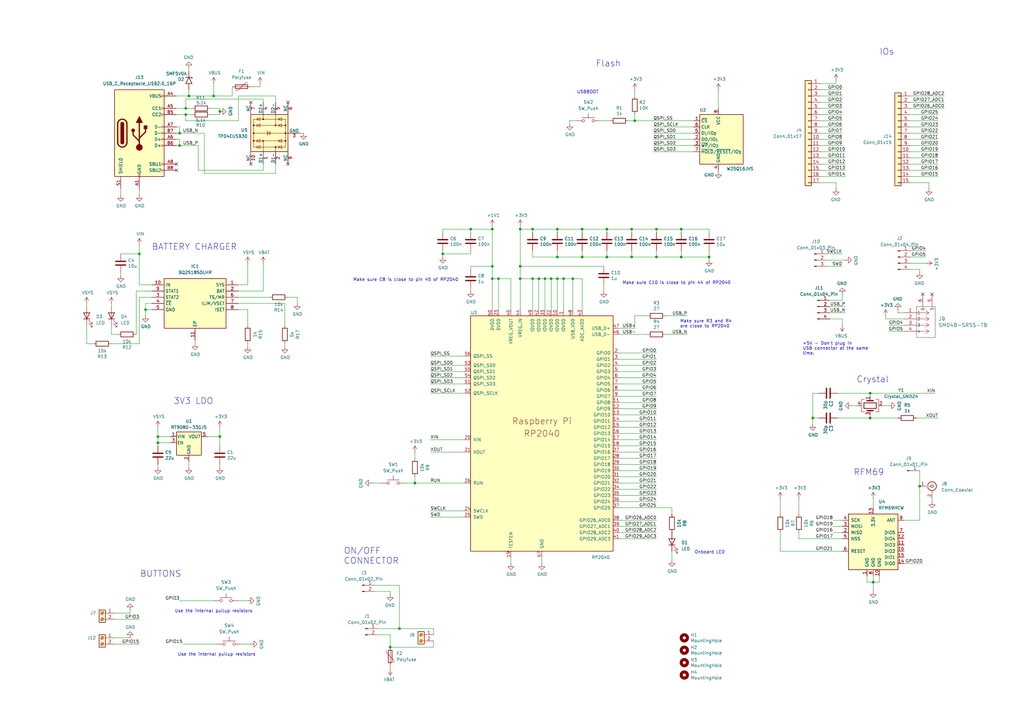
<source format=kicad_sch>
(kicad_sch (version 20250114) (generator "eeschema") (generator_version "9.0")
  (paper "A3")
  (title_block (title "PicoLume Receiver") (date "2024-11-05") (rev "REV1") (company "Bradford Henson") (comment 1 "Based on Pi Pico Minimal Design"))
  (text "Use the internal pullup resistors" (at 71.628 251.46 0) (effects (font (size 1.27 1.27)) (justify left bottom)))
  (text "RFM69" (at 350.012 195.326 0) (effects (font (size 2.54 2.54)) (justify left bottom)))
  (text "IOs" (at 360.68 22.86 0) (effects (font (size 2.54 2.54)) (justify left bottom)))
  (text "Crystal" (at 351.282 157.226 0) (effects (font (size 2.54 2.54)) (justify left bottom)))
  (text "Use the internal pullup resistors" (at 72.898 269.24 0) (effects (font (size 1.27 1.27)) (justify left bottom)))
  (text "Make sure C8 is close to pin 45 of RP2040" (at 144.78 115.57 0) (effects (font (size 1.27 1.27)) (justify left bottom)))
  (text "+5V - Don't plug in\nUSB connector at the same\ntime." (at 329.184 145.796 0) (effects (font (size 1.27 1.27)) (justify left bottom)))
  (text "BUTTONS" (at 57.404 236.982 0) (effects (font (size 2.54 2.54)) (justify left bottom)))
  (text "USBBOOT" (at 241.046 37.846 0) (effects (font (size 1.27 1.27))))
  (text "Make sure C10 is close to pin 44 of RP2040" (at 255.27 116.84 0) (effects (font (size 1.27 1.27)) (justify left bottom)))
  (text "ON/OFF\nCONNECTOR" (at 140.97 231.648 0) (effects (font (size 2.54 2.54)) (justify left bottom)))
  (text "Onboard LED" (at 291.084 226.568 0) (effects (font (size 1.27 1.27))))
  (text "BATTERY CHARGER" (at 62.23 102.87 0) (effects (font (size 2.54 2.54)) (justify left bottom)))
  (text "3V3 LDO" (at 71.12 166.116 0) (effects (font (size 2.54 2.54)) (justify left bottom)))
  (text "Make sure R3 and R4 \nare close to RP2040" (at 278.892 134.62 0) (effects (font (size 1.27 1.27)) (justify left bottom)))
  (text "Flash" (at 244.348 27.686 0) (effects (font (size 2.54 2.54)) (justify left bottom)))
  (junction (at 269.24 105.41))
  (junction (at 259.08 93.98))
  (junction (at 226.06 114.3))
  (junction (at 223.52 114.3))
  (junction (at 201.93 109.22))
  (junction (at 213.36 109.22))
  (junction (at 193.04 93.98))
  (junction (at 213.36 114.3))
  (junction (at 333.375 171.45))
  (junction (at 59.69 127))
  (junction (at 201.93 114.3))
  (junction (at 204.47 114.3))
  (junction (at 228.6 114.3))
  (junction (at 181.61 104.14))
  (junction (at 248.92 105.41))
  (junction (at 228.6 105.41))
  (junction (at 356.87 171.45))
  (junction (at 238.76 93.98))
  (junction (at 290.83 105.41))
  (junction (at 163.83 257.81))
  (junction (at 269.24 93.98))
  (junction (at 248.92 93.98))
  (junction (at 356.87 161.29))
  (junction (at 218.44 93.98))
  (junction (at 160.02 265.43))
  (junction (at 64.77 179.07))
  (junction (at 77.47 39.37))
  (junction (at 73.66 59.69))
  (junction (at 201.93 93.98))
  (junction (at 76.2 46.99))
  (junction (at 259.08 105.41))
  (junction (at 90.17 179.07))
  (junction (at 231.14 114.3))
  (junction (at 64.77 181.61))
  (junction (at 87.63 39.37))
  (junction (at 260.35 49.53))
  (junction (at 279.4 105.41))
  (junction (at 57.15 104.14))
  (junction (at 90.17 45.72))
  (junction (at 76.2 44.45))
  (junction (at 377.19 199.39))
  (junction (at 279.4 93.98))
  (junction (at 220.98 114.3))
  (junction (at 213.36 93.98))
  (junction (at 218.44 114.3))
  (junction (at 238.76 105.41))
  (junction (at 358.14 238.76))
  (junction (at 170.18 198.12))
  (junction (at 228.6 93.98))
  (junction (at 234.95 114.3))
  (junction (at 73.66 54.61))
  (no_connect (at 102.87 41.91))
  (no_connect (at 118.11 67.31))
  (no_connect (at 378.46 120.65))
  (no_connect (at 72.39 67.31))
  (no_connect (at 72.39 69.85))
  (no_connect (at 102.87 67.31))
  (no_connect (at 118.11 41.91))
  (no_connect (at 382.27 120.65))
  (wire (pts (xy 340.36 130.81) (xy 345.44 130.81)))
  (wire (pts (xy 364.49 135.89) (xy 370.84 135.89)))
  (wire (pts (xy 259.08 93.98) (xy 269.24 93.98)))
  (wire (pts (xy 223.52 114.3) (xy 226.06 114.3)))
  (wire (pts (xy 201.93 114.3) (xy 201.93 127)))
  (wire (pts (xy 254 170.18) (xy 269.24 170.18)))
  (wire (pts (xy 181.61 104.14) (xy 193.04 104.14)))
  (wire (pts (xy 97.79 116.84) (xy 101.6 116.84)))
  (wire (pts (xy 248.92 93.98) (xy 259.08 93.98)))
  (wire (pts (xy 260.35 129.54) (xy 260.35 134.62)))
  (wire (pts (xy 45.72 133.35) (xy 45.72 137.16)))
  (wire (pts (xy 358.14 236.22) (xy 358.14 238.76)))
  (wire (pts (xy 279.4 93.98) (xy 290.83 93.98)))
  (wire (pts (xy 90.17 175.26) (xy 90.17 179.07)))
  (wire (pts (xy 238.76 105.41) (xy 248.92 105.41)))
  (wire (pts (xy 356.87 170.18) (xy 356.87 171.45)))
  (wire (pts (xy 107.95 119.38) (xy 107.95 107.95)))
  (wire (pts (xy 90.17 190.5) (xy 90.17 191.77)))
  (wire (pts (xy 102.87 264.16) (xy 99.06 264.16)))
  (wire (pts (xy 231.14 114.3) (xy 234.95 114.3)))
  (wire (pts (xy 64.77 190.5) (xy 64.77 191.77)))
  (wire (pts (xy 290.83 102.87) (xy 290.83 105.41)))
  (wire (pts (xy 284.48 62.23) (xy 267.97 62.23)))
  (wire (pts (xy 373.38 59.69) (xy 384.81 59.69)))
  (wire (pts (xy 101.6 116.84) (xy 101.6 107.95)))
  (wire (pts (xy 238.76 95.25) (xy 238.76 93.98)))
  (wire (pts (xy 340.36 125.73) (xy 346.71 125.73)))
  (wire (pts (xy 201.93 92.71) (xy 201.93 93.98)))
  (wire (pts (xy 254 182.88) (xy 269.24 182.88)))
  (wire (pts (xy 246.38 49.53) (xy 250.19 49.53)))
  (wire (pts (xy 113.03 71.12) (xy 83.82 71.12)))
  (wire (pts (xy 166.37 198.12) (xy 170.18 198.12)))
  (wire (pts (xy 336.55 36.83) (xy 345.44 36.83)))
  (wire (pts (xy 62.23 116.84) (xy 57.15 116.84)))
  (wire (pts (xy 373.38 49.53) (xy 384.81 49.53)))
  (wire (pts (xy 373.38 107.95) (xy 379.73 107.95)))
  (wire (pts (xy 72.39 57.15) (xy 73.66 57.15)))
  (wire (pts (xy 228.6 105.41) (xy 218.44 105.41)))
  (wire (pts (xy 373.38 74.93) (xy 381 74.93)))
  (wire (pts (xy 254 208.28) (xy 275.59 208.28)))
  (wire (pts (xy 361.95 166.37) (xy 364.49 166.37)))
  (wire (pts (xy 327.66 218.44) (xy 327.66 220.98)))
  (wire (pts (xy 218.44 114.3) (xy 220.98 114.3)))
  (wire (pts (xy 254 203.2) (xy 269.24 203.2)))
  (wire (pts (xy 254 137.16) (xy 265.43 137.16)))
  (wire (pts (xy 254 144.78) (xy 269.24 144.78)))
  (wire (pts (xy 267.97 52.07) (xy 284.48 52.07)))
  (wire (pts (xy 327.66 204.47) (xy 327.66 210.82)))
  (wire (pts (xy 273.05 129.54) (xy 281.94 129.54)))
  (wire (pts (xy 234.95 114.3) (xy 238.76 114.3)))
  (wire (pts (xy 209.55 127) (xy 209.55 114.3)))
  (wire (pts (xy 121.92 121.92) (xy 121.92 124.46)))
  (wire (pts (xy 72.39 46.99) (xy 76.2 46.99)))
  (wire (pts (xy 238.76 102.87) (xy 238.76 105.41)))
  (wire (pts (xy 373.38 57.15) (xy 384.81 57.15)))
  (wire (pts (xy 254 149.86) (xy 269.24 149.86)))
  (wire (pts (xy 45.72 137.16) (xy 48.26 137.16)))
  (wire (pts (xy 201.93 109.22) (xy 201.93 114.3)))
  (wire (pts (xy 364.49 133.35) (xy 370.84 133.35)))
  (wire (pts (xy 269.24 105.41) (xy 279.4 105.41)))
  (wire (pts (xy 233.68 49.53) (xy 233.68 50.8)))
  (wire (pts (xy 101.6 127) (xy 101.6 133.35)))
  (wire (pts (xy 181.61 93.98) (xy 193.04 93.98)))
  (wire (pts (xy 76.2 49.53) (xy 97.79 49.53)))
  (wire (pts (xy 107.95 41.91) (xy 107.95 40.64)))
  (wire (pts (xy 341.63 213.36) (xy 345.44 213.36)))
  (wire (pts (xy 254 218.44) (xy 269.24 218.44)))
  (wire (pts (xy 260.35 46.99) (xy 260.35 49.53)))
  (wire (pts (xy 64.77 181.61) (xy 64.77 179.07)))
  (wire (pts (xy 336.55 62.23) (xy 346.71 62.23)))
  (wire (pts (xy 327.66 220.98) (xy 345.44 220.98)))
  (wire (pts (xy 181.61 102.87) (xy 181.61 104.14)))
  (wire (pts (xy 336.55 74.93) (xy 342.9 74.93)))
  (wire (pts (xy 64.77 179.07) (xy 69.85 179.07)))
  (wire (pts (xy 176.53 157.48) (xy 190.5 157.48)))
  (wire (pts (xy 97.79 119.38) (xy 107.95 119.38)))
  (wire (pts (xy 35.56 133.35) (xy 35.56 140.97)))
  (wire (pts (xy 154.94 257.81) (xy 163.83 257.81)))
  (wire (pts (xy 238.76 114.3) (xy 238.76 127)))
  (wire (pts (xy 193.04 93.98) (xy 201.93 93.98)))
  (wire (pts (xy 118.11 121.92) (xy 121.92 121.92)))
  (wire (pts (xy 57.15 77.47) (xy 57.15 80.01)))
  (wire (pts (xy 213.36 109.22) (xy 247.65 109.22)))
  (wire (pts (xy 294.64 70.485) (xy 294.64 69.85)))
  (wire (pts (xy 46.99 251.46) (xy 53.34 251.46)))
  (wire (pts (xy 223.52 127) (xy 223.52 114.3)))
  (wire (pts (xy 201.93 93.98) (xy 201.93 109.22)))
  (wire (pts (xy 336.55 72.39) (xy 346.71 72.39)))
  (wire (pts (xy 373.38 39.37) (xy 387.35 39.37)))
  (wire (pts (xy 176.53 152.4) (xy 190.5 152.4)))
  (wire (pts (xy 226.06 114.3) (xy 228.6 114.3)))
  (wire (pts (xy 218.44 93.98) (xy 228.6 93.98)))
  (wire (pts (xy 177.8 260.35) (xy 177.8 257.81)))
  (wire (pts (xy 358.14 238.76) (xy 360.68 238.76)))
  (wire (pts (xy 259.08 95.25) (xy 259.08 93.98)))
  (wire (pts (xy 59.69 127) (xy 59.69 129.54)))
  (wire (pts (xy 160.02 242.57) (xy 160.02 243.84)))
  (wire (pts (xy 85.09 179.07) (xy 90.17 179.07)))
  (wire (pts (xy 284.48 57.15) (xy 267.97 57.15)))
  (wire (pts (xy 76.2 40.64) (xy 76.2 44.45)))
  (wire (pts (xy 62.23 124.46) (xy 59.69 124.46)))
  (wire (pts (xy 49.53 77.47) (xy 49.53 80.01)))
  (wire (pts (xy 69.85 181.61) (xy 64.77 181.61)))
  (wire (pts (xy 218.44 95.25) (xy 218.44 93.98)))
  (wire (pts (xy 76.2 46.99) (xy 78.74 46.99)))
  (wire (pts (xy 213.36 93.98) (xy 218.44 93.98)))
  (wire (pts (xy 231.14 114.3) (xy 231.14 127)))
  (wire (pts (xy 373.38 110.49) (xy 377.19 110.49)))
  (wire (pts (xy 220.98 127) (xy 220.98 114.3)))
  (wire (pts (xy 340.36 123.19) (xy 345.44 123.19)))
  (wire (pts (xy 339.09 106.68) (xy 346.71 106.68)))
  (wire (pts (xy 333.375 171.45) (xy 333.375 173.99)))
  (wire (pts (xy 336.55 49.53) (xy 345.44 49.53)))
  (wire (pts (xy 254 134.62) (xy 260.35 134.62)))
  (wire (pts (xy 368.3 127) (xy 368.3 128.27)))
  (wire (pts (xy 113.03 67.31) (xy 113.03 71.12)))
  (wire (pts (xy 336.55 46.99) (xy 345.44 46.99)))
  (wire (pts (xy 213.36 93.98) (xy 213.36 109.22)))
  (wire (pts (xy 107.95 67.31) (xy 107.95 69.85)))
  (wire (pts (xy 190.5 185.42) (xy 176.53 185.42)))
  (wire (pts (xy 77.47 27.94) (xy 77.47 29.21)))
  (wire (pts (xy 370.84 231.14) (xy 378.46 231.14)))
  (wire (pts (xy 73.66 57.15) (xy 73.66 59.69)))
  (wire (pts (xy 373.38 52.07) (xy 384.81 52.07)))
  (wire (pts (xy 190.5 146.05) (xy 176.53 146.05)))
  (wire (pts (xy 279.4 102.87) (xy 279.4 105.41)))
  (wire (pts (xy 375.92 171.45) (xy 384.81 171.45)))
  (wire (pts (xy 86.36 44.45) (xy 90.17 44.45)))
  (wire (pts (xy 336.55 54.61) (xy 345.44 54.61)))
  (wire (pts (xy 355.6 238.76) (xy 358.14 238.76)))
  (wire (pts (xy 220.98 114.3) (xy 223.52 114.3)))
  (wire (pts (xy 254 180.34) (xy 269.24 180.34)))
  (wire (pts (xy 254 160.02) (xy 269.24 160.02)))
  (wire (pts (xy 193.04 104.14) (xy 193.04 102.87)))
  (wire (pts (xy 228.6 95.25) (xy 228.6 93.98)))
  (wire (pts (xy 254 213.36) (xy 269.24 213.36)))
  (wire (pts (xy 72.39 39.37) (xy 77.47 39.37)))
  (wire (pts (xy 177.8 257.81) (xy 163.83 257.81)))
  (wire (pts (xy 77.47 36.83) (xy 77.47 39.37)))
  (wire (pts (xy 238.76 93.98) (xy 248.92 93.98)))
  (wire (pts (xy 213.36 109.22) (xy 213.36 114.3)))
  (wire (pts (xy 72.39 59.69) (xy 73.66 59.69)))
  (wire (pts (xy 49.53 111.76) (xy 49.53 113.03)))
  (wire (pts (xy 373.38 54.61) (xy 384.81 54.61)))
  (wire (pts (xy 102.87 35.56) (xy 106.68 35.56)))
  (wire (pts (xy 35.56 124.46) (xy 35.56 125.73)))
  (wire (pts (xy 213.36 92.71) (xy 213.36 93.98)))
  (wire (pts (xy 254 162.56) (xy 269.24 162.56)))
  (wire (pts (xy 193.04 110.49) (xy 193.04 109.22)))
  (wire (pts (xy 284.48 59.69) (xy 267.97 59.69)))
  (wire (pts (xy 373.38 102.87) (xy 379.73 102.87)))
  (wire (pts (xy 46.99 261.62) (xy 53.34 261.62)))
  (wire (pts (xy 320.04 204.47) (xy 320.04 210.82)))
  (wire (pts (xy 86.36 46.99) (xy 90.17 46.99)))
  (wire (pts (xy 257.81 49.53) (xy 260.35 49.53)))
  (wire (pts (xy 356.87 161.29) (xy 383.54 161.29)))
  (wire (pts (xy 341.63 215.9) (xy 345.44 215.9)))
  (wire (pts (xy 81.28 69.85) (xy 81.28 59.69)))
  (wire (pts (xy 72.39 52.07) (xy 73.66 52.07)))
  (wire (pts (xy 254 220.98) (xy 269.24 220.98)))
  (wire (pts (xy 177.8 265.43) (xy 160.02 265.43)))
  (wire (pts (xy 373.38 69.85) (xy 384.81 69.85)))
  (wire (pts (xy 336.55 34.29) (xy 342.9 34.29)))
  (wire (pts (xy 77.47 189.23) (xy 77.47 191.77)))
  (wire (pts (xy 170.18 195.58) (xy 170.18 198.12)))
  (wire (pts (xy 64.77 181.61) (xy 64.77 182.88)))
  (wire (pts (xy 373.38 64.77) (xy 384.81 64.77)))
  (wire (pts (xy 228.6 102.87) (xy 228.6 105.41)))
  (wire (pts (xy 204.47 127) (xy 204.47 114.3)))
  (wire (pts (xy 236.22 49.53) (xy 233.68 49.53)))
  (wire (pts (xy 55.88 137.16) (xy 55.88 119.38)))
  (wire (pts (xy 177.8 262.89) (xy 177.8 265.43)))
  (wire (pts (xy 336.55 39.37) (xy 345.44 39.37)))
  (wire (pts (xy 55.88 119.38) (xy 62.23 119.38)))
  (wire (pts (xy 90.17 44.45) (xy 90.17 45.72)))
  (wire (pts (xy 259.08 102.87) (xy 259.08 105.41)))
  (wire (pts (xy 341.63 218.44) (xy 345.44 218.44)))
  (wire (pts (xy 73.66 59.69) (xy 81.28 59.69)))
  (wire (pts (xy 152.4 198.12) (xy 156.21 198.12)))
  (wire (pts (xy 101.6 140.97) (xy 101.6 142.24)))
  (wire (pts (xy 275.59 226.06) (xy 275.59 229.87)))
  (wire (pts (xy 247.65 116.84) (xy 247.65 119.38)))
  (wire (pts (xy 377.19 110.49) (xy 377.19 111.76)))
  (wire (pts (xy 254 165.1) (xy 269.24 165.1)))
  (wire (pts (xy 336.55 69.85) (xy 346.71 69.85)))
  (wire (pts (xy 228.6 127) (xy 228.6 114.3)))
  (wire (pts (xy 343.535 171.45) (xy 356.87 171.45)))
  (wire (pts (xy 363.22 130.81) (xy 370.84 130.81)))
  (wire (pts (xy 116.84 124.46) (xy 116.84 133.35)))
  (wire (pts (xy 248.92 105.41) (xy 259.08 105.41)))
  (wire (pts (xy 335.915 171.45) (xy 333.375 171.45)))
  (wire (pts (xy 259.08 105.41) (xy 269.24 105.41)))
  (wire (pts (xy 46.99 254) (xy 57.15 254)))
  (wire (pts (xy 154.94 260.35) (xy 160.02 260.35)))
  (wire (pts (xy 254 152.4) (xy 269.24 152.4)))
  (wire (pts (xy 76.2 49.53) (xy 76.2 46.99)))
  (wire (pts (xy 370.84 213.36) (xy 377.19 213.36)))
  (wire (pts (xy 279.4 95.25) (xy 279.4 93.98)))
  (wire (pts (xy 190.5 212.09) (xy 176.53 212.09)))
  (wire (pts (xy 320.04 218.44) (xy 320.04 226.06)))
  (wire (pts (xy 360.68 236.22) (xy 360.68 238.76)))
  (wire (pts (xy 97.79 124.46) (xy 116.84 124.46)))
  (wire (pts (xy 57.15 104.14) (xy 49.53 104.14)))
  (wire (pts (xy 290.83 105.41) (xy 290.83 106.68)))
  (wire (pts (xy 290.83 93.98) (xy 290.83 95.25)))
  (wire (pts (xy 254 190.5) (xy 269.24 190.5)))
  (wire (pts (xy 170.18 198.12) (xy 190.5 198.12)))
  (wire (pts (xy 190.5 161.29) (xy 176.53 161.29)))
  (wire (pts (xy 35.56 140.97) (xy 38.1 140.97)))
  (wire (pts (xy 222.25 228.6) (xy 222.25 231.14)))
  (wire (pts (xy 358.14 238.76) (xy 358.14 242.57)))
  (wire (pts (xy 342.9 34.29) (xy 342.9 33.02)))
  (wire (pts (xy 90.17 179.07) (xy 90.17 182.88)))
  (wire (pts (xy 163.83 257.81) (xy 163.83 240.03)))
  (wire (pts (xy 193.04 109.22) (xy 201.93 109.22)))
  (wire (pts (xy 254 187.96) (xy 269.24 187.96)))
  (wire (pts (xy 284.48 54.61) (xy 267.97 54.61)))
  (wire (pts (xy 73.66 246.38) (xy 87.63 246.38)))
  (wire (pts (xy 97.79 39.37) (xy 97.79 49.53)))
  (wire (pts (xy 72.39 44.45) (xy 76.2 44.45)))
  (wire (pts (xy 373.38 41.91) (xy 387.35 41.91)))
  (wire (pts (xy 101.6 246.38) (xy 97.79 246.38)))
  (wire (pts (xy 218.44 102.87) (xy 218.44 105.41)))
  (wire (pts (xy 64.77 175.26) (xy 64.77 179.07)))
  (wire (pts (xy 368.3 128.27) (xy 370.84 128.27)))
  (wire (pts (xy 339.09 104.14) (xy 345.44 104.14)))
  (wire (pts (xy 209.55 228.6) (xy 209.55 231.14)))
  (wire (pts (xy 356.87 171.45) (xy 368.3 171.45)))
  (wire (pts (xy 254 193.04) (xy 269.24 193.04)))
  (wire (pts (xy 73.66 54.61) (xy 83.82 54.61)))
  (wire (pts (xy 336.55 44.45) (xy 345.44 44.45)))
  (wire (pts (xy 336.55 41.91) (xy 345.44 41.91)))
  (wire (pts (xy 336.55 59.69) (xy 345.44 59.69)))
  (wire (pts (xy 335.915 161.29) (xy 333.375 161.29)))
  (wire (pts (xy 116.84 140.97) (xy 116.84 142.24)))
  (wire (pts (xy 254 172.72) (xy 269.24 172.72)))
  (wire (pts (xy 90.17 45.72) (xy 90.17 46.99)))
  (wire (pts (xy 62.23 121.92) (xy 57.15 121.92)))
  (wire (pts (xy 382.27 204.47) (xy 382.27 205.74)))
  (wire (pts (xy 254 198.12) (xy 269.24 198.12)))
  (wire (pts (xy 204.47 114.3) (xy 201.93 114.3)))
  (wire (pts (xy 97.79 121.92) (xy 110.49 121.92)))
  (wire (pts (xy 355.6 236.22) (xy 355.6 238.76)))
  (wire (pts (xy 373.38 72.39) (xy 384.81 72.39)))
  (wire (pts (xy 57.15 116.84) (xy 57.15 104.14)))
  (wire (pts (xy 273.05 137.16) (xy 281.94 137.16)))
  (wire (pts (xy 53.34 251.46) (xy 53.34 250.19)))
  (wire (pts (xy 345.44 130.81) (xy 345.44 133.35)))
  (wire (pts (xy 381 74.93) (xy 381 77.47)))
  (wire (pts (xy 254 177.8) (xy 269.24 177.8)))
  (wire (pts (xy 333.375 161.29) (xy 333.375 171.45)))
  (wire (pts (xy 279.4 105.41) (xy 290.83 105.41)))
  (wire (pts (xy 176.53 149.86) (xy 190.5 149.86)))
  (wire (pts (xy 160.02 260.35) (xy 160.02 265.43)))
  (wire (pts (xy 377.19 213.36) (xy 377.19 199.39)))
  (wire (pts (xy 356.87 161.29) (xy 356.87 162.56)))
  (wire (pts (xy 254 167.64) (xy 269.24 167.64)))
  (wire (pts (xy 336.55 52.07) (xy 345.44 52.07)))
  (wire (pts (xy 228.6 93.98) (xy 238.76 93.98)))
  (wire (pts (xy 106.68 35.56) (xy 106.68 34.29)))
  (wire (pts (xy 113.03 41.91) (xy 113.03 39.37)))
  (wire (pts (xy 254 185.42) (xy 269.24 185.42)))
  (wire (pts (xy 213.36 114.3) (xy 218.44 114.3)))
  (wire (pts (xy 181.61 95.25) (xy 181.61 93.98)))
  (wire (pts (xy 72.39 54.61) (xy 73.66 54.61)))
  (wire (pts (xy 87.63 39.37) (xy 95.25 39.37)))
  (wire (pts (xy 260.35 129.54) (xy 265.43 129.54)))
  (wire (pts (xy 181.61 104.14) (xy 181.61 105.41)))
  (wire (pts (xy 269.24 102.87) (xy 269.24 105.41)))
  (wire (pts (xy 373.38 44.45) (xy 387.35 44.45)))
  (wire (pts (xy 345.44 123.19) (xy 345.44 120.65)))
  (wire (pts (xy 176.53 180.34) (xy 190.5 180.34)))
  (wire (pts (xy 254 175.26) (xy 269.24 175.26)))
  (wire (pts (xy 107.95 40.64) (xy 76.2 40.64)))
  (wire (pts (xy 46.99 264.16) (xy 57.15 264.16)))
  (wire (pts (xy 74.93 264.16) (xy 88.9 264.16)))
  (wire (pts (xy 336.55 67.31) (xy 346.71 67.31)))
  (wire (pts (xy 113.03 39.37) (xy 97.79 39.37)))
  (wire (pts (xy 176.53 154.94) (xy 190.5 154.94)))
  (wire (pts (xy 153.67 240.03) (xy 163.83 240.03)))
  (wire (pts (xy 339.09 109.22) (xy 345.44 109.22)))
  (wire (pts (xy 62.23 127) (xy 59.69 127)))
  (wire (pts (xy 254 157.48) (xy 269.24 157.48)))
  (wire (pts (xy 340.36 128.27) (xy 346.71 128.27)))
  (wire (pts (xy 254 200.66) (xy 269.24 200.66)))
  (wire (pts (xy 320.04 226.06) (xy 345.44 226.06)))
  (wire (pts (xy 254 147.32) (xy 269.24 147.32)))
  (wire (pts (xy 45.72 124.46) (xy 45.72 125.73)))
  (wire (pts (xy 76.2 44.45) (xy 78.74 44.45)))
  (wire (pts (xy 373.38 105.41) (xy 379.73 105.41)))
  (wire (pts (xy 57.15 140.97) (xy 45.72 140.97)))
  (wire (pts (xy 123.19 54.61) (xy 124.46 54.61)))
  (wire (pts (xy 228.6 114.3) (xy 231.14 114.3)))
  (wire (pts (xy 260.35 49.53) (xy 284.48 49.53)))
  (wire (pts (xy 57.15 100.33) (xy 57.15 104.14)))
  (wire (pts (xy 218.44 127) (xy 218.44 114.3)))
  (wire (pts (xy 170.18 185.42) (xy 170.18 187.96)))
  (wire (pts (xy 336.55 64.77) (xy 346.71 64.77)))
  (wire (pts (xy 269.24 93.98) (xy 279.4 93.98)))
  (wire (pts (xy 97.79 127) (xy 101.6 127)))
  (wire (pts (xy 373.38 67.31) (xy 384.81 67.31)))
  (wire (pts (xy 107.95 69.85) (xy 81.28 69.85)))
  (wire (pts (xy 83.82 71.12) (xy 83.82 54.61)))
  (wire (pts (xy 59.69 124.46) (xy 59.69 127)))
  (wire (pts (xy 260.35 36.83) (xy 260.35 39.37)))
  (wire (pts (xy 228.6 105.41) (xy 238.76 105.41)))
  (wire (pts (xy 226.06 127) (xy 226.06 114.3)))
  (wire (pts (xy 373.38 62.23) (xy 384.81 62.23)))
  (wire (pts (xy 193.04 95.25) (xy 193.04 93.98)))
  (wire (pts (xy 160.02 273.05) (xy 160.02 274.32)))
  (wire (pts (xy 87.63 34.29) (xy 87.63 39.37)))
  (wire (pts (xy 209.55 114.3) (xy 204.47 114.3)))
  (wire (pts (xy 342.9 74.93) (xy 342.9 77.47)))
  (wire (pts (xy 363.22 129.54) (xy 363.22 130.81)))
  (wire (pts (xy 336.55 57.15) (xy 345.44 57.15)))
  (wire (pts (xy 269.24 95.25) (xy 269.24 93.98)))
  (wire (pts (xy 248.92 102.87) (xy 248.92 105.41)))
  (wire (pts (xy 254 195.58) (xy 269.24 195.58)))
  (wire (pts (xy 95.25 39.37) (xy 95.25 35.56)))
  (wire (pts (xy 254 205.74) (xy 269.24 205.74)))
  (wire (pts (xy 275.59 208.28) (xy 275.59 210.82)))
  (wire (pts (xy 234.95 127) (xy 234.95 114.3)))
  (wire (pts (xy 57.15 121.92) (xy 57.15 140.97)))
  (wire (pts (xy 349.25 166.37) (xy 351.79 166.37)))
  (wire (pts (xy 248.92 95.25) (xy 248.92 93.98)))
  (wire (pts (xy 358.14 204.47) (xy 358.14 208.28)))
  (wire (pts (xy 77.47 39.37) (xy 87.63 39.37)))
  (wire (pts (xy 190.5 209.55) (xy 176.53 209.55)))
  (wire (pts (xy 213.36 127) (xy 213.36 114.3)))
  (wire (pts (xy 193.04 118.11) (xy 193.04 119.38)))
  (wire (pts (xy 153.67 242.57) (xy 160.02 242.57)))
  (wire (pts (xy 80.01 139.7) (xy 80.01 140.97)))
  (wire (pts (xy 254 215.9) (xy 269.24 215.9)))
  (wire (pts (xy 254 154.94) (xy 269.24 154.94)))
  (wire (pts (xy 377.19 193.04) (xy 377.19 199.39)))
  (wire (pts (xy 73.66 52.07) (xy 73.66 54.61)))
  (wire (pts (xy 294.64 36.83) (xy 294.64 44.45)))
  (wire (pts (xy 373.38 46.99) (xy 384.81 46.99)))
  (wire (pts (xy 343.535 161.29) (xy 356.87 161.29)))
  (label "XOUT" (at 384.81 171.45 180))
  (label "GPIO21" (at 341.63 226.06 180))
  (label "GPIO24" (at 384.81 49.53 180))
  (label "GPIO15" (at 74.93 264.16 180))
  (label "GPIO3" (at 345.44 44.45 180))
  (label "GPIO5" (at 364.49 135.89 0))
  (label "QSPI_SS" (at 267.97 49.53 0))
  (label "QSPI_SD3" (at 267.97 62.23 0))
  (label "USB_N" (at 81.28 54.61 180))
  (label "GPIO7" (at 345.44 54.61 180))
  (label "QSPI_SD2" (at 176.53 154.94 0))
  (label "GPIO4" (at 269.24 154.94 180))
  (label "GPIO18" (at 341.63 213.36 180))
  (label "GPIO21" (at 384.81 57.15 180))
  (label "RUN" (at 176.53 198.12 0))
  (label "USB_P" (at 346.71 125.73 180))
  (label "XOUT" (at 176.53 185.42 0))
  (label "GPIO10" (at 346.71 62.23 180))
  (label "GPIO29_ADC3" (at 269.24 220.98 180))
  (label "QSPI_SD1" (at 176.53 152.4 0))
  (label "GPIO3" (at 73.66 246.38 180))
  (label "GPIO13" (at 269.24 177.8 180))
  (label "GPIO5" (at 379.73 105.41 180))
  (label "GPIO6" (at 269.24 160.02 180))
  (label "GPIO28_ADC2" (at 387.35 39.37 180))
  (label "SWD" (at 176.53 212.09 0))
  (label "GPIO20" (at 269.24 195.58 180))
  (label "QSPI_SD1" (at 267.97 57.15 0))
  (label "QSPI_SD3" (at 176.53 157.48 0))
  (label "GPIO6" (at 345.44 52.07 180))
  (label "GPIO17" (at 341.63 220.98 180))
  (label "SWD" (at 345.44 109.22 180))
  (label "GPIO18" (at 269.24 190.5 180))
  (label "GPIO25" (at 269.24 208.28 180))
  (label "GPIO2" (at 345.44 41.91 180))
  (label "GPIO1" (at 345.44 39.37 180))
  (label "GPIO19" (at 341.63 215.9 180))
  (label "GPIO0" (at 269.24 144.78 180))
  (label "GPIO15" (at 57.15 264.16 180))
  (label "USB_P" (at 81.28 59.69 180))
  (label "GPIO8" (at 345.44 57.15 180))
  (label "GPIO11" (at 346.71 64.77 180))
  (label "GPIO21" (at 269.24 198.12 180))
  (label "GPIO11" (at 269.24 172.72 180))
  (label "GPIO17" (at 384.81 67.31 180))
  (label "GPIO27_ADC1" (at 269.24 215.9 180))
  (label "GPIO1" (at 269.24 147.32 180))
  (label "XIN" (at 383.54 161.29 180))
  (label "GPIO16" (at 341.63 218.44 180))
  (label "GPIO4" (at 345.44 46.99 180))
  (label "GPIO14" (at 269.24 180.34 180))
  (label "GPIO3" (at 269.24 152.4 180))
  (label "USB_N" (at 281.94 137.16 180))
  (label "GPIO10" (at 269.24 170.18 180))
  (label "GPIO23" (at 269.24 203.2 180))
  (label "SWCLK" (at 176.53 209.55 0))
  (label "GPIO3" (at 57.15 254 180))
  (label "GPIO9" (at 345.44 59.69 180))
  (label "QSPI_SCLK" (at 176.53 161.29 0))
  (label "USB+" (at 255.27 134.62 0))
  (label "GPIO27_ADC1" (at 387.35 41.91 180))
  (label "GPIO25" (at 384.81 46.99 180))
  (label "GPIO12" (at 346.71 67.31 180))
  (label "USB-" (at 255.27 137.16 0))
  (label "QSPI_SD0" (at 176.53 149.86 0))
  (label "GPIO5" (at 345.44 49.53 180))
  (label "GPIO17" (at 269.24 187.96 180))
  (label "GPIO18" (at 384.81 64.77 180))
  (label "GPIO2" (at 269.24 149.86 180))
  (label "GPIO9" (at 269.24 167.64 180))
  (label "GPIO15" (at 269.24 182.88 180))
  (label "GPIO4" (at 364.49 133.35 0))
  (label "GPIO12" (at 269.24 175.26 180))
  (label "GPIO24" (at 269.24 205.74 180))
  (label "GPIO5" (at 269.24 157.48 180))
  (label "GPIO22" (at 269.24 200.66 180))
  (label "GPIO19" (at 269.24 193.04 180))
  (label "QSPI_SS" (at 176.53 146.05 0))
  (label "USB_N" (at 346.71 128.27 180))
  (label "QSPI_SD2" (at 267.97 59.69 0))
  (label "QSPI_SD0" (at 267.97 54.61 0))
  (label "GPIO20" (at 378.46 231.14 180))
  (label "SWCLK" (at 345.44 104.14 180))
  (label "QSPI_SCLK" (at 267.97 52.07 0))
  (label "USB_P" (at 281.94 129.54 180))
  (label "GPIO20" (at 384.81 59.69 180))
  (label "GPIO26_ADC0" (at 269.24 213.36 180))
  (label "GPIO28_ADC2" (at 269.24 218.44 180))
  (label "GPIO16" (at 269.24 185.42 180))
  (label "GPIO8" (at 269.24 165.1 180))
  (label "XIN" (at 176.53 180.34 0))
  (label "GPIO23" (at 384.81 52.07 180))
  (label "GPIO22" (at 384.81 54.61 180))
  (label "GPIO15" (at 384.81 72.39 180))
  (label "GPIO16" (at 384.81 69.85 180))
  (label "GPIO26_ADC0" (at 387.35 44.45 180))
  (label "GPIO13" (at 346.71 69.85 180))
  (label "GPIO19" (at 384.81 62.23 180))
  (label "GPIO7" (at 269.24 162.56 180))
  (label "GPIO0" (at 345.44 36.83 180))
  (label "GPIO14" (at 346.71 72.39 180))
  (label "GPIO4" (at 379.73 102.87 180))
  (symbol (lib_id "MCU_RaspberryPi_RP2040:RP2040") (at 222.25 177.8 0) (unit 1)
    (property "Reference" "U3" (at 194.31 128.27 0))
    (property "Value" "RP2040" (at 246.38 228.6 0))
    (property "Footprint" "Package_DFN_QFN:QFN-56-1EP_7x7mm_P0.4mm_EP3.2x3.2mm" (effects (hide yes)))
    (property "LCSC" "C2040" (effects (hide yes)))
  )
  (symbol (lib_id "Memory_Flash:W25Q128JVS") (at 294.64 57.15 0) (unit 1)
    (property "Reference" "U2" (at 288.29 45.085 0))
    (property "Value" "W25Q16JVS" (at 303.53 69.215 0))
    (property "Footprint" "Package_SO:SOIC-8_5.3x5.3mm_P1.27mm" (effects (hide yes)))
    (property "Datasheet" "https://www.winbond.com/resource-files/w25q128jv_dtr%20revc%2003272018%20plus.pdf" (effects (hide yes)))
    (property "Description" "Serial Flash Memory, Standard/Dual/Quad SPI, 2.7-3.6V, SOIC-8" (effects (hide yes)))
    (property "LCSC" "C131025" (effects (hide yes)))
  )
  (symbol (lib_id "power:+3V3") (at 294.64 36.83 0) (unit 1)
    (property "Reference" "#PWR07" (effects (hide yes)))
    (property "Value" "+3V3" (at 295.021 32.4358 0))
    (property "Description" "Power symbol creates a global label with name \"+3V3\"" (effects (hide yes)))
  )
  (symbol (lib_id "power:GND") (at 294.64 70.485 0) (unit 1)
    (property "Reference" "#PWR08" (effects (hide yes)))
    (property "Value" "GND" (at 290.83 71.755 0))
    (property "Description" "Power symbol creates a global label with name \"GND\" , ground" (effects (hide yes)))
  )
  (symbol (lib_id "Device:R") (at 260.35 43.18 0) (unit 1)
    (property "Reference" "R2" (at 262.128 42.0116 0) (effects (justify left)))
    (property "Value" "10K" (at 262.128 44.323 0) (effects (justify left)))
    (property "Footprint" "Resistor_SMD:R_0603_1608Metric" (effects (hide yes)))
    (property "Description" "Resistor" (effects (hide yes)))
    (property "LCSC" "C25804" (effects (hide yes)))
  )
  (symbol (lib_id "Device:R") (at 254 49.53 270) (unit 1)
    (property "Reference" "R1" (at 254 44.2722 90))
    (property "Value" "1k" (at 254 46.5836 90))
    (property "Footprint" "Resistor_SMD:R_0603_1608Metric" (effects (hide yes)))
    (property "Description" "Resistor" (effects (hide yes)))
    (property "LCSC" "C21190" (effects (hide yes)))
  )
  (symbol (lib_id "power:GND") (at 222.25 231.14 0) (unit 1)
    (property "Reference" "#PWR016" (effects (hide yes)))
    (property "Value" "GND" (at 222.377 235.5342 0))
    (property "Description" "Power symbol creates a global label with name \"GND\" , ground" (effects (hide yes)))
  )
  (symbol (lib_id "power:GND") (at 209.55 231.14 0) (unit 1)
    (property "Reference" "#PWR015" (effects (hide yes)))
    (property "Value" "GND" (at 209.677 235.5342 0))
    (property "Description" "Power symbol creates a global label with name \"GND\" , ground" (effects (hide yes)))
  )
  (symbol (lib_id "Device:R") (at 269.24 129.54 270) (unit 1)
    (property "Reference" "R3" (at 269.24 124.2822 90))
    (property "Value" "27" (at 269.24 126.5936 90))
    (property "Footprint" "Resistor_SMD:R_0603_1608Metric" (effects (hide yes)))
    (property "Description" "Resistor" (effects (hide yes)))
    (property "LCSC" "C22941" (effects (hide yes)))
  )
  (symbol (lib_id "Device:R") (at 269.24 137.16 270) (unit 1)
    (property "Reference" "R4" (at 269.24 131.9022 90))
    (property "Value" "27" (at 269.24 134.2136 90))
    (property "Footprint" "Resistor_SMD:R_0603_1608Metric" (effects (hide yes)))
    (property "Description" "Resistor" (effects (hide yes)))
    (property "LCSC" "C22941" (effects (hide yes)))
  )
  (symbol (lib_id "power:GND") (at 342.9 77.47 0) (mirror y) (unit 1)
    (property "Reference" "#PWR020" (effects (hide yes)))
    (property "Value" "GND" (at 342.773 81.8642 0))
    (property "Description" "Power symbol creates a global label with name \"GND\" , ground" (effects (hide yes)))
  )
  (symbol (lib_id "power:GND") (at 381 77.47 0) (unit 1)
    (property "Reference" "#PWR0101" (effects (hide yes)))
    (property "Value" "GND" (at 381.127 81.8642 0))
    (property "Description" "Power symbol creates a global label with name \"GND\" , ground" (effects (hide yes)))
  )
  (symbol (lib_id "power:+3V3") (at 213.36 92.71 0) (unit 1)
    (property "Reference" "#PWR017" (effects (hide yes)))
    (property "Value" "+3V3" (at 213.741 88.3158 0))
    (property "Description" "Power symbol creates a global label with name \"+3V3\"" (effects (hide yes)))
  )
  (symbol (lib_id "power:+1V1") (at 201.93 92.71 0) (unit 1)
    (property "Reference" "#PWR014" (effects (hide yes)))
    (property "Value" "+1V1" (at 202.311 88.3158 0))
    (property "Description" "Power symbol creates a global label with name \"+1V1\"" (effects (hide yes)))
  )
  (symbol (lib_id "Device:C") (at 218.44 99.06 0) (unit 1)
    (property "Reference" "C9" (at 221.361 97.8916 0) (effects (justify left)))
    (property "Value" "100n" (at 221.361 100.203 0) (effects (justify left)))
    (property "Footprint" "Capacitor_SMD:C_0603_1608Metric" (effects (hide yes)))
    (property "Description" "Unpolarized capacitor" (effects (hide yes)))
    (property "LCSC" "C14663" (effects (hide yes)))
  )
  (symbol (lib_id "Device:C") (at 228.6 99.06 0) (unit 1)
    (property "Reference" "C11" (at 231.521 97.8916 0) (effects (justify left)))
    (property "Value" "100n" (at 231.521 100.203 0) (effects (justify left)))
    (property "Footprint" "Capacitor_SMD:C_0603_1608Metric" (effects (hide yes)))
    (property "Description" "Unpolarized capacitor" (effects (hide yes)))
    (property "LCSC" "C14663" (effects (hide yes)))
  )
  (symbol (lib_id "Device:C") (at 238.76 99.06 0) (unit 1)
    (property "Reference" "C12" (at 241.681 97.8916 0) (effects (justify left)))
    (property "Value" "100n" (at 241.681 100.203 0) (effects (justify left)))
    (property "Footprint" "Capacitor_SMD:C_0603_1608Metric" (effects (hide yes)))
    (property "Description" "Unpolarized capacitor" (effects (hide yes)))
    (property "LCSC" "C14663" (effects (hide yes)))
  )
  (symbol (lib_id "Device:C") (at 248.92 99.06 0) (unit 1)
    (property "Reference" "C13" (at 251.841 97.8916 0) (effects (justify left)))
    (property "Value" "100n" (at 251.841 100.203 0) (effects (justify left)))
    (property "Footprint" "Capacitor_SMD:C_0603_1608Metric" (effects (hide yes)))
    (property "Description" "Unpolarized capacitor" (effects (hide yes)))
    (property "LCSC" "C14663" (effects (hide yes)))
  )
  (symbol (lib_id "Device:C") (at 259.08 99.06 0) (unit 1)
    (property "Reference" "C14" (at 262.001 97.8916 0) (effects (justify left)))
    (property "Value" "100n" (at 262.001 100.203 0) (effects (justify left)))
    (property "Footprint" "Capacitor_SMD:C_0603_1608Metric" (effects (hide yes)))
    (property "Description" "Unpolarized capacitor" (effects (hide yes)))
    (property "LCSC" "C14663" (effects (hide yes)))
  )
  (symbol (lib_id "Device:C") (at 269.24 99.06 0) (unit 1)
    (property "Reference" "C15" (at 272.161 97.8916 0) (effects (justify left)))
    (property "Value" "100n" (at 272.161 100.203 0) (effects (justify left)))
    (property "Footprint" "Capacitor_SMD:C_0603_1608Metric" (effects (hide yes)))
    (property "Description" "Unpolarized capacitor" (effects (hide yes)))
    (property "LCSC" "C14663" (effects (hide yes)))
  )
  (symbol (lib_id "Device:C") (at 279.4 99.06 0) (unit 1)
    (property "Reference" "C16" (at 282.321 97.8916 0) (effects (justify left)))
    (property "Value" "100n" (at 282.321 100.203 0) (effects (justify left)))
    (property "Footprint" "Capacitor_SMD:C_0603_1608Metric" (effects (hide yes)))
    (property "Description" "Unpolarized capacitor" (effects (hide yes)))
    (property "LCSC" "C14663" (effects (hide yes)))
  )
  (symbol (lib_id "Device:C") (at 181.61 99.06 0) (unit 1)
    (property "Reference" "C6" (at 184.531 97.8916 0) (effects (justify left)))
    (property "Value" "100n" (at 184.531 100.203 0) (effects (justify left)))
    (property "Footprint" "Capacitor_SMD:C_0603_1608Metric" (effects (hide yes)))
    (property "Description" "Unpolarized capacitor" (effects (hide yes)))
    (property "LCSC" "C14663" (effects (hide yes)))
  )
  (symbol (lib_id "Device:C") (at 193.04 99.06 0) (unit 1)
    (property "Reference" "C7" (at 195.961 97.8916 0) (effects (justify left)))
    (property "Value" "100n" (at 195.961 100.203 0) (effects (justify left)))
    (property "Footprint" "Capacitor_SMD:C_0603_1608Metric" (effects (hide yes)))
    (property "Description" "Unpolarized capacitor" (effects (hide yes)))
    (property "LCSC" "C14663" (effects (hide yes)))
  )
  (symbol (lib_id "Device:C") (at 193.04 114.3 0) (unit 1)
    (property "Reference" "C8" (at 195.961 113.1316 0) (effects (justify left)))
    (property "Value" "1u" (at 195.961 115.443 0) (effects (justify left)))
    (property "Footprint" "Capacitor_SMD:C_0603_1608Metric" (effects (hide yes)))
    (property "Description" "Unpolarized capacitor" (effects (hide yes)))
    (property "LCSC" "C15849" (effects (hide yes)))
  )
  (symbol (lib_id "Device:C") (at 247.65 113.03 0) (unit 1)
    (property "Reference" "C10" (at 250.571 111.8616 0) (effects (justify left)))
    (property "Value" "1u" (at 250.571 114.173 0) (effects (justify left)))
    (property "Footprint" "Capacitor_SMD:C_0603_1608Metric" (effects (hide yes)))
    (property "Description" "Unpolarized capacitor" (effects (hide yes)))
    (property "LCSC" "C15849" (effects (hide yes)))
  )
  (symbol (lib_id "Mechanical:MountingHole") (at 280.67 261.62 0) (unit 1)
    (property "Reference" "H1" (at 283.21 260.4516 0) (effects (justify left)))
    (property "Value" "MountingHole" (at 283.21 262.763 0) (effects (justify left)))
    (property "Footprint" "MountingHole:MountingHole_3.2mm_M3" (effects (hide yes)))
    (property "Description" "Mounting Hole without connection" (effects (hide yes)))
  )
  (symbol (lib_id "Mechanical:MountingHole") (at 280.67 266.7 0) (unit 1)
    (property "Reference" "H2" (at 283.21 265.5316 0) (effects (justify left)))
    (property "Value" "MountingHole" (at 283.21 267.843 0) (effects (justify left)))
    (property "Footprint" "MountingHole:MountingHole_3.2mm_M3" (effects (hide yes)))
    (property "Description" "Mounting Hole without connection" (effects (hide yes)))
  )
  (symbol (lib_id "Mechanical:MountingHole") (at 280.67 271.78 0) (unit 1)
    (property "Reference" "H3" (at 283.21 270.6116 0) (effects (justify left)))
    (property "Value" "MountingHole" (at 283.21 272.923 0) (effects (justify left)))
    (property "Footprint" "MountingHole:MountingHole_3.2mm_M3" (effects (hide yes)))
    (property "Description" "Mounting Hole without connection" (effects (hide yes)))
  )
  (symbol (lib_id "Mechanical:MountingHole") (at 280.67 276.86 0) (unit 1)
    (property "Reference" "H4" (at 283.21 275.6916 0) (effects (justify left)))
    (property "Value" "MountingHole" (at 283.21 278.003 0) (effects (justify left)))
    (property "Footprint" "MountingHole:MountingHole_3.2mm_M3" (effects (hide yes)))
    (property "Description" "Mounting Hole without connection" (effects (hide yes)))
  )
  (symbol (lib_id "power:GND") (at 290.83 106.68 0) (unit 1)
    (property "Reference" "#PWR023" (effects (hide yes)))
    (property "Value" "GND" (at 290.957 111.0742 0))
    (property "Description" "Power symbol creates a global label with name \"GND\" , ground" (effects (hide yes)))
  )
  (symbol (lib_id "power:GND") (at 181.61 105.41 0) (unit 1)
    (property "Reference" "#PWR012" (effects (hide yes)))
    (property "Value" "GND" (at 181.737 109.8042 0))
    (property "Description" "Power symbol creates a global label with name \"GND\" , ground" (effects (hide yes)))
  )
  (symbol (lib_id "power:GND") (at 193.04 119.38 0) (unit 1)
    (property "Reference" "#PWR013" (effects (hide yes)))
    (property "Value" "GND" (at 193.167 123.7742 0))
    (property "Description" "Power symbol creates a global label with name \"GND\" , ground" (effects (hide yes)))
  )
  (symbol (lib_id "power:GND") (at 247.65 119.38 0) (unit 1)
    (property "Reference" "#PWR018" (effects (hide yes)))
    (property "Value" "GND" (at 247.777 123.7742 0))
    (property "Description" "Power symbol creates a global label with name \"GND\" , ground" (effects (hide yes)))
  )
  (symbol (lib_id "Device:C") (at 290.83 99.06 0) (unit 1)
    (property "Reference" "C17" (at 293.751 97.8916 0) (effects (justify left)))
    (property "Value" "10u" (at 293.751 100.203 0) (effects (justify left)))
    (property "Footprint" "Capacitor_SMD:C_0603_1608Metric" (effects (hide yes)))
    (property "Description" "Unpolarized capacitor" (effects (hide yes)))
    (property "LCSC" "C14663" (effects (hide yes)))
  )
  (symbol (lib_id "power:+3V3") (at 342.9 33.02 0) (unit 1)
    (property "Reference" "#PWR019" (effects (hide yes)))
    (property "Value" "+3V3" (at 343.281 28.6258 0))
    (property "Description" "Power symbol creates a global label with name \"+3V3\"" (effects (hide yes)))
  )
  (symbol (lib_id "Device:R") (at 52.07 137.16 90) (unit 1)
    (property "Reference" "R12" (at 52.07 142.4178 90))
    (property "Value" "10k" (at 52.07 140.1064 90))
    (property "Footprint" "Resistor_SMD:R_0603_1608Metric" (effects (hide yes)))
    (property "Description" "Resistor" (effects (hide yes)))
    (property "LCSC" "C25804" (effects (hide yes)))
  )
  (symbol (lib_id "Connector:Conn_01x04_Pin") (at 368.3 105.41 0) (unit 1)
    (property "Reference" "J2" (at 368.935 97.79 0))
    (property "Value" "Conn_01x04_Pin" (at 368.935 100.33 0))
    (property "Footprint" "Connector_PinHeader_2.54mm:PinHeader_1x04_P2.54mm_Vertical" (effects (hide yes)))
    (property "Description" "Generic connector, single row, 01x04, script generated" (effects (hide yes)))
  )
  (symbol (lib_id "Connector:Screw_Terminal_01x02") (at 172.72 260.35 0) (mirror y) (unit 1)
    (property "Reference" "J6" (at 170.18 260.3499 0) (effects (justify left)))
    (property "Value" "Screw_Terminal_01x02" (effects (hide yes)))
    (property "Footprint" "TerminalBlock:TerminalBlock_bornier-2_P5.08mm" (effects (hide yes)))
    (property "Description" "Generic screw terminal, single row, 01x02, script generated (kicad-library-utils/schlib/autogen/connector/)" (effects (hide yes)))
  )
  (symbol (lib_id "Switch:SW_Push") (at 92.71 246.38 0) (mirror y) (unit 1)
    (property "Reference" "SW3" (at 92.71 238.76 0))
    (property "Value" "SW_Push" (at 92.71 241.3 0))
    (property "Footprint" "Button_Switch_SMD:SW_Tactile_SPST_NO_Straight_CK_PTS636Sx25SMTRLFS" (effects (hide yes)))
    (property "Description" "Push button switch, generic, two pins" (effects (hide yes)))
    (property "LCSC" "C609852" (effects (hide yes)))
  )
  (symbol (lib_id "power:GND") (at 349.25 166.37 270) (unit 1)
    (property "Reference" "#PWR02" (effects (hide yes)))
    (property "Value" "GND" (at 344.8558 166.497 0))
    (property "Description" "Power symbol creates a global label with name \"GND\" , ground" (effects (hide yes)))
  )
  (symbol (lib_id "Device:R") (at 170.18 191.77 180) (unit 1)
    (property "Reference" "R9" (at 175.4378 191.77 90))
    (property "Value" "10k" (at 173.1264 191.77 90))
    (property "Footprint" "Resistor_SMD:R_0603_1608Metric" (effects (hide yes)))
    (property "Description" "Resistor" (effects (hide yes)))
    (property "LCSC" "C25804" (effects (hide yes)))
  )
  (symbol (lib_id "power:GND") (at 345.44 120.65 180) (unit 1)
    (property "Reference" "#PWR094" (effects (hide yes)))
    (property "Value" "GND" (at 345.313 116.2558 0))
    (property "Description" "Power symbol creates a global label with name \"GND\" , ground" (effects (hide yes)))
  )
  (symbol (lib_id "power:GND") (at 358.14 242.57 0) (unit 1)
    (property "Reference" "#PWR09" (effects (hide yes)))
    (property "Value" "GND" (at 358.267 246.9642 0))
    (property "Description" "Power symbol creates a global label with name \"GND\" , ground" (effects (hide yes)))
  )
  (symbol (lib_id "Connector:Conn_01x01_Pin") (at 372.11 193.04 0) (unit 1)
    (property "Reference" "J5" (at 372.745 187.96 0))
    (property "Value" "Conn_01x01_Pin" (at 372.745 190.5 0))
    (property "Footprint" "Connector_PinHeader_2.54mm:PinHeader_1x01_P2.54mm_Vertical" (effects (hide yes)))
    (property "Description" "Generic connector, single row, 01x01, script generated" (effects (hide yes)))
  )
  (symbol (lib_id "power:GND") (at 49.53 80.01 0) (unit 1)
    (property "Reference" "#PWR028" (effects (hide yes)))
    (property "Value" "GND" (at 49.657 84.4042 0))
    (property "Description" "Power symbol creates a global label with name \"GND\" , ground" (effects (hide yes)))
  )
  (symbol (lib_id "Device:R") (at 275.59 214.63 180) (unit 1)
    (property "Reference" "R8" (at 280.8478 214.63 90))
    (property "Value" "10k" (at 278.5364 214.63 90))
    (property "Footprint" "Resistor_SMD:R_0603_1608Metric" (effects (hide yes)))
    (property "Description" "Resistor" (effects (hide yes)))
    (property "LCSC" "C25804" (effects (hide yes)))
  )
  (symbol (lib_id "Device:R") (at 101.6 137.16 180) (unit 1)
    (property "Reference" "R15" (at 106.8578 137.16 90))
    (property "Value" "1k" (at 104.5464 137.16 90))
    (property "Footprint" "Resistor_SMD:R_0603_1608Metric" (effects (hide yes)))
    (property "Description" "Resistor" (effects (hide yes)))
    (property "LCSC" "C21190" (effects (hide yes)))
  )
  (symbol (lib_id "Device:Polyfuse") (at 160.02 269.24 0) (unit 1)
    (property "Reference" "F2" (at 162.56 267.9699 0) (effects (justify left)))
    (property "Value" "Polyfuse" (at 162.56 270.5099 0) (effects (justify left)))
    (property "Footprint" "Fuse:Fuse_1210_3225Metric" (effects (hide yes)))
    (property "Description" "Resettable fuse, polymeric positive temperature coefficient" (effects (hide yes)))
    (property "LCSC" "C20617440" (effects (hide yes)))
  )
  (symbol (lib_id "Power_Protection:TPD4EUSB30") (at 110.49 54.61 90) (unit 1)
    (property "Reference" "U5" (at 101.6 53.3399 90) (effects (justify left)))
    (property "Value" "TPD4EUSB30" (at 101.6 55.8799 90) (effects (justify left)))
    (property "Footprint" "Package_SON:USON-10_2.5x1.0mm_P0.5mm" (effects (hide yes)))
    (property "Datasheet" "http://www.ti.com/lit/ds/symlink/tpd2eusb30a.pdf" (effects (hide yes)))
    (property "Description" "4-Channel ESD Protection for Super-Speed USB 3.0 Interface, USON-10" (effects (hide yes)))
    (property "LCSC" "C90627" (effects (hide yes)))
  )
  (symbol (lib_id "Connector_Generic:Conn_01x17") (at 331.47 54.61 0) (mirror y) (unit 1)
    (property "Reference" "J4" (at 328.93 53.3399 0) (effects (justify left)))
    (property "Value" "Conn_01x17" (at 328.93 55.8799 0) (effects (justify left)))
    (property "Footprint" "Connector_PinHeader_2.54mm:PinHeader_1x17_P2.54mm_Vertical" (effects (hide yes)))
    (property "Description" "Generic connector, single row, 01x17, script generated (kicad-library-utils/schlib/autogen/connector/)" (effects (hide yes)))
  )
  (symbol (lib_id "Connector:Screw_Terminal_01x02") (at 41.91 261.62 0) (mirror y) (unit 1)
    (property "Reference" "J12" (at 39.37 261.6199 0) (effects (justify left)))
    (property "Value" "Screw_Terminal_01x02" (effects (hide yes)))
    (property "Footprint" "TerminalBlock:TerminalBlock_bornier-2_P5.08mm" (effects (hide yes)))
    (property "Description" "Generic screw terminal, single row, 01x02, script generated (kicad-library-utils/schlib/autogen/connector/)" (effects (hide yes)))
  )
  (symbol (lib_id "power:GND") (at 368.3 127 180) (unit 1)
    (property "Reference" "#PWR056" (effects (hide yes)))
    (property "Value" "GND" (at 368.173 122.6058 0))
    (property "Description" "Power symbol creates a global label with name \"GND\" , ground" (effects (hide yes)))
  )
  (symbol (lib_id "power:GND") (at 59.69 129.54 0) (unit 1)
    (property "Reference" "#PWR051" (effects (hide yes)))
    (property "Value" "GND" (at 59.817 133.9342 0))
    (property "Description" "Power symbol creates a global label with name \"GND\" , ground" (effects (hide yes)))
  )
  (symbol (lib_id "Device:LED") (at 45.72 129.54 90) (unit 1)
    (property "Reference" "D4" (at 49.53 129.8574 90) (effects (justify right)))
    (property "Value" "LED" (at 49.53 132.3974 90) (effects (justify right)))
    (property "Footprint" "LED_SMD:LED_0603_1608Metric" (effects (hide yes)))
    (property "Description" "Light emitting diode" (effects (hide yes)))
    (property "Sim.Pins" "1=K 2=A" (effects (hide yes)))
    (property "LCSC" "C2286" (effects (hide yes)))
  )
  (symbol (lib_id "power:GND") (at 64.77 191.77 0) (unit 1)
    (property "Reference" "#PWR057" (effects (hide yes)))
    (property "Value" "GND" (at 64.897 196.1642 0))
    (property "Description" "Power symbol creates a global label with name \"GND\" , ground" (effects (hide yes)))
  )
  (symbol (lib_id "power:GND") (at 53.34 250.19 0) (mirror x) (unit 1)
    (property "Reference" "#PWR054" (effects (hide yes)))
    (property "Value" "GND" (at 53.467 245.7958 0))
  )
  (symbol (lib_id "Regulator_Linear:AP2112K-3.3") (at 77.47 181.61 0) (unit 1)
    (property "Reference" "U1" (at 77.47 172.72 0))
    (property "Value" "RT9080-33GJ5" (at 77.47 175.26 0))
    (property "Footprint" "Package_TO_SOT_SMD:SOT-23-5" (effects (hide yes)))
    (property "Datasheet" "https://www.diodes.com/assets/Datasheets/AP2112.pdf" (effects (hide yes)))
    (property "Description" "600mA low dropout linear regulator, with enable pin, 3.8V-6V input voltage range, 3.3V fixed positive output, SOT-23-5" (effects (hide yes)))
    (property "LCSC" "C841192" (effects (hide yes)))
  )
  (symbol (lib_id "power:+3V3") (at 260.35 36.83 0) (unit 1)
    (property "Reference" "#PWR011" (effects (hide yes)))
    (property "Value" "+3V3" (at 260.731 32.4358 0))
    (property "Description" "Power symbol creates a global label with name \"+3V3\"" (effects (hide yes)))
  )
  (symbol (lib_id "power:VBUS") (at 64.77 175.26 0) (unit 1)
    (property "Reference" "#PWR069" (effects (hide yes)))
    (property "Value" "VSYS" (at 65.151 170.8658 0))
    (property "Description" "Power symbol creates a global label with name \"VBUS\"" (effects (hide yes)))
  )
  (symbol (lib_id "Connector_Generic:Conn_01x15") (at 368.3 57.15 0) (mirror y) (unit 1)
    (property "Reference" "J14" (at 365.76 55.8799 0) (effects (justify left)))
    (property "Value" "Conn_01x15" (at 365.76 58.4199 0) (effects (justify left)))
    (property "Footprint" "Connector_PinHeader_2.54mm:PinHeader_1x15_P2.54mm_Vertical" (effects (hide yes)))
    (property "Description" "Generic connector, single row, 01x15, script generated (kicad-library-utils/schlib/autogen/connector/)" (effects (hide yes)))
  )
  (symbol (lib_id "power:+3V3") (at 327.66 204.47 0) (unit 1)
    (property "Reference" "#PWR021" (effects (hide yes)))
    (property "Value" "+3V3" (at 328.041 200.0758 0))
    (property "Description" "Power symbol creates a global label with name \"+3V3\"" (effects (hide yes)))
  )
  (symbol (lib_id "power:VBUS") (at 90.17 175.26 0) (unit 1)
    (property "Reference" "#PWR031" (effects (hide yes)))
    (property "Value" "+3V3" (at 90.551 170.8658 0))
    (property "Description" "Power symbol creates a global label with name \"VBUS\"" (effects (hide yes)))
  )
  (symbol (lib_id "Switch:SW_Push") (at 161.29 198.12 0) (unit 1)
    (property "Reference" "SW1" (at 161.29 190.5 0))
    (property "Value" "SW_Push" (at 161.29 193.04 0))
    (property "Footprint" "Button_Switch_SMD:SW_Tactile_SPST_NO_Straight_CK_PTS636Sx25SMTRLFS" (effects (hide yes)))
    (property "Description" "Push button switch, generic, two pins" (effects (hide yes)))
    (property "LCSC" "C609852" (effects (hide yes)))
  )
  (symbol (lib_id "Device:LED") (at 275.59 222.25 90) (unit 1)
    (property "Reference" "D1" (at 279.4 222.5674 90) (effects (justify right)))
    (property "Value" "LED" (at 279.4 225.1074 90) (effects (justify right)))
    (property "Footprint" "LED_SMD:LED_0603_1608Metric" (effects (hide yes)))
    (property "Description" "Light emitting diode" (effects (hide yes)))
    (property "Sim.Pins" "1=K 2=A" (effects (hide yes)))
    (property "LCSC" "C2286" (effects (hide yes)))
  )
  (symbol (lib_id "power:GND") (at 364.49 166.37 90) (mirror x) (unit 1)
    (property "Reference" "#PWR05" (effects (hide yes)))
    (property "Value" "GND" (at 368.8842 166.497 0))
    (property "Description" "Power symbol creates a global label with name \"GND\" , ground" (effects (hide yes)))
  )
  (symbol (lib_id "Device:C") (at 339.725 161.29 270) (unit 1)
    (property "Reference" "C2" (at 340.8934 164.211 0) (effects (justify left)))
    (property "Value" "30p" (at 338.582 164.211 0) (effects (justify left)))
    (property "Footprint" "Capacitor_SMD:C_0603_1608Metric" (effects (hide yes)))
    (property "Description" "Unpolarized capacitor" (effects (hide yes)))
    (property "LCSC" "C1658" (effects (hide yes)))
  )
  (symbol (lib_id "PicoLume:SM04B-SRSS-TB") (at 370.84 128.27 0) (unit 1)
    (property "Reference" "J9" (at 384.81 130.8099 0) (effects (font (size 1.524 1.524)) (justify left)))
    (property "Value" "SM04B-SRSS-TB" (at 384.81 133.3499 0) (effects (font (size 1.524 1.524)) (justify left)))
    (property "Footprint" "PicoLume:CONN_SM04B-SRSS-TB_JST" (effects (hide yes)))
    (property "Datasheet" "SM04B-SRSS-TB" (effects (hide yes)))
  )
  (symbol (lib_id "power:VBUS") (at 106.68 34.29 0) (unit 1)
    (property "Reference" "#PWR04" (effects (hide yes)))
    (property "Value" "VIN" (at 107.061 29.8958 0))
    (property "Description" "Power symbol creates a global label with name \"VBUS\"" (effects (hide yes)))
  )
  (symbol (lib_id "RF_Module:RFM69HCW") (at 358.14 220.98 0) (unit 1)
    (property "Reference" "U4" (at 360.3341 205.74 0) (effects (justify left)))
    (property "Value" "RFM69HCW" (at 360.3341 208.28 0) (effects (justify left)))
    (property "Footprint" "RF_Module:HOPERF_RFM9XW_SMD" (effects (hide yes)))
    (property "Datasheet" "https://www.hoperf.com/data/upload/portal/20181127/5bfcb8284d838.pdf" (effects (hide yes)))
    (property "Description" "Low power ISM Radio Transceiver Module, SPI interface, AES encryption, 434 or 915 MHz, up to 100mW, up to 300 kb/s, SMD-16, DIP-16" (effects (hide yes)))
    (property "LCSC" "C2844478" (effects (hide yes)))
  )
  (symbol (lib_id "Connector:Conn_Coaxial") (at 382.27 199.39 0) (unit 1)
    (property "Reference" "J8" (at 386.08 198.4131 0) (effects (justify left)))
    (property "Value" "Conn_Coaxial" (at 386.08 200.9531 0) (effects (justify left)))
    (property "Footprint" "Connector_Coaxial:U.FL_Hirose_U.FL-R-SMT-1_Vertical" (effects (hide yes)))
    (property "Description" "coaxial connector (BNC, SMA, SMB, SMC, Cinch/RCA, LEMO, ...)" (effects (hide yes)))
    (property "LCSC" "C88374" (effects (hide yes)))
  )
  (symbol (lib_id "Connector:Conn_01x02_Pin") (at 148.59 240.03 0) (unit 1)
    (property "Reference" "J3" (at 149.225 234.95 0))
    (property "Value" "Conn_01x02_Pin" (at 149.225 237.49 0))
    (property "Footprint" "Connector_JST:JST_PH_S2B-PH-K_1x02_P2.00mm_Horizontal" (effects (hide yes)))
    (property "Description" "Generic connector, single row, 01x02, script generated" (effects (hide yes)))
  )
  (symbol (lib_id "power:VBUS") (at 87.63 34.29 0) (unit 1)
    (property "Reference" "#PWR032" (effects (hide yes)))
    (property "Value" "VBUS" (at 88.011 29.8958 0))
    (property "Description" "Power symbol creates a global label with name \"VBUS\"" (effects (hide yes)))
  )
  (symbol (lib_id "power:GND") (at 101.6 246.38 90) (mirror x) (unit 1)
    (property "Reference" "#PWR048" (effects (hide yes)))
    (property "Value" "GND" (at 105.9942 246.507 0))
    (property "Description" "Power symbol creates a global label with name \"GND\" , ground" (effects (hide yes)))
  )
  (symbol (lib_id "Device:R") (at 82.55 46.99 270) (unit 1)
    (property "Reference" "R10" (at 82.296 51.308 90))
    (property "Value" "5.1k" (at 82.296 49.276 90))
    (property "Footprint" "Resistor_SMD:R_0603_1608Metric" (effects (hide yes)))
    (property "Description" "Resistor" (effects (hide yes)))
    (property "LCSC" "C23186" (effects (hide yes)))
  )
  (symbol (lib_id "Device:R") (at 114.3 121.92 90) (unit 1)
    (property "Reference" "R14" (at 114.3 127.1778 90))
    (property "Value" "10k" (at 114.3 124.8664 90))
    (property "Footprint" "Resistor_SMD:R_0603_1608Metric" (effects (hide yes)))
    (property "Description" "Resistor" (effects (hide yes)))
    (property "LCSC" "C25804" (effects (hide yes)))
  )
  (symbol (lib_id "power:+3V3") (at 358.14 204.47 0) (unit 1)
    (property "Reference" "#PWR010" (effects (hide yes)))
    (property "Value" "+3V3" (at 358.521 200.0758 0))
    (property "Description" "Power symbol creates a global label with name \"+3V3\"" (effects (hide yes)))
  )
  (symbol (lib_id "Connector:Screw_Terminal_01x02") (at 41.91 251.46 0) (mirror y) (unit 1)
    (property "Reference" "J7" (at 39.37 251.4599 0) (effects (justify left)))
    (property "Value" "Screw_Terminal_01x02" (effects (hide yes)))
    (property "Footprint" "TerminalBlock:TerminalBlock_bornier-2_P5.08mm" (effects (hide yes)))
    (property "Description" "Generic screw terminal, single row, 01x02, script generated (kicad-library-utils/schlib/autogen/connector/)" (effects (hide yes)))
  )
  (symbol (lib_id "power:GND") (at 90.17 45.72 90) (unit 1)
    (property "Reference" "#PWR044" (effects (hide yes)))
    (property "Value" "GND" (at 94.5642 45.593 0))
    (property "Description" "Power symbol creates a global label with name \"GND\" , ground" (effects (hide yes)))
  )
  (symbol (lib_id "power:+3V3") (at 320.04 204.47 0) (unit 1)
    (property "Reference" "#PWR022" (effects (hide yes)))
    (property "Value" "+3V3" (at 320.421 200.0758 0))
    (property "Description" "Power symbol creates a global label with name \"+3V3\"" (effects (hide yes)))
  )
  (symbol (lib_id "Connector:USB_C_Receptacle_USB2.0_16P") (at 57.15 54.61 0) (unit 1)
    (property "Reference" "J13" (at 57.15 31.75 0))
    (property "Value" "USB_C_Receptacle_USB2.0_16P" (at 57.15 34.29 0))
    (property "Footprint" "Connector_USB:USB_C_Receptacle_HRO_TYPE-C-31-M-12" (effects (hide yes)))
    (property "Datasheet" "https://www.usb.org/sites/default/files/documents/usb_type-c.zip" (effects (hide yes)))
    (property "Description" "USB 2.0-only 16P Type-C Receptacle connector" (effects (hide yes)))
    (property "LCSC" "C165948" (effects (hide yes)))
  )
  (symbol (lib_id "power:GND") (at 102.87 264.16 90) (mirror x) (unit 1)
    (property "Reference" "#PWR033" (effects (hide yes)))
    (property "Value" "GND" (at 107.2642 264.287 0))
    (property "Description" "Power symbol creates a global label with name \"GND\" , ground" (effects (hide yes)))
  )
  (symbol (lib_id "power:GND") (at 80.01 140.97 0) (unit 1)
    (property "Reference" "#PWR037" (effects (hide yes)))
    (property "Value" "GND" (at 80.137 145.3642 0))
    (property "Description" "Power symbol creates a global label with name \"GND\" , ground" (effects (hide yes)))
  )
  (symbol (lib_id "power:GND") (at 377.19 111.76 0) (mirror y) (unit 1)
    (property "Reference" "#PWR039" (effects (hide yes)))
    (property "Value" "GND" (at 377.063 116.1542 0))
    (property "Description" "Power symbol creates a global label with name \"GND\" , ground" (effects (hide yes)))
  )
  (symbol (lib_id "power:VBUS") (at 345.44 133.35 180) (unit 1)
    (property "Reference" "#PWR095" (effects (hide yes)))
    (property "Value" "VBUS" (at 345.059 137.7442 0))
    (property "Description" "Power symbol creates a global label with name \"VBUS\"" (effects (hide yes)))
  )
  (symbol (lib_id "PicoLume:BQ25185DLHR") (at 62.23 116.84 0) (unit 1)
    (property "Reference" "IC1" (at 80.01 109.22 0))
    (property "Value" "BQ25185DLHR" (at 80.01 111.76 0))
    (property "Footprint" "PicoLume:SON40P220X200X80-11N" (effects (hide yes)))
    (property "Datasheet" "https://www.ti.com/lit/ds/symlink/bq25185.pdf?ts=1706857561339&ref_url=https%253A%252F%252Fwww.ti.com%252Fproduct%252FBQ25185" (effects (hide yes)))
    (property "Description" "Battery Management NPI  1-CELL 1A STANDALONE LNR HRGR" (effects (hide yes)))
    (property "Height" "0.8" (effects (hide yes)))
    (property "Mouser Part Number" "595-BQ25185DLHR" (effects (hide yes)))
    (property "Mouser Price/Stock" "https://www.mouser.co.uk/ProductDetail/Texas-Instruments/BQ25185DLHR?qs=Z%252BL2brAPG1IbO%2FV3RqsaPw%3D%3D" (effects (hide yes)))
    (property "Manufacturer_Name" "Texas Instruments" (effects (hide yes)))
    (property "Manufacturer_Part_Number" "BQ25185DLHR" (effects (hide yes)))
    (property "LCSC" "C19725033" (effects (hide yes)))
  )
  (symbol (lib_id "Diode:SMF5V0A") (at 77.47 33.02 270) (unit 1)
    (property "Reference" "D2" (at 72.898 32.512 90) (effects (justify left)))
    (property "Value" "SMF5V0A" (at 68.072 30.226 90) (effects (justify left)))
    (property "Footprint" "Diode_SMD:D_SMF" (effects (hide yes)))
    (property "Datasheet" "https://www.vishay.com/doc?85881" (effects (hide yes)))
    (property "Description" "200W unidirectional Transil Transient Voltage Suppressor, 5Vrwm, SMF" (effects (hide yes)))
    (property "LCSC" "C151296" (effects (hide yes)))
  )
  (symbol (lib_id "Connector:Conn_01x02_Pin") (at 149.86 257.81 0) (unit 1)
    (property "Reference" "J1" (at 150.495 252.73 0))
    (property "Value" "Conn_01x02_Pin" (at 150.495 255.27 0))
    (property "Footprint" "Connector_PinHeader_2.54mm:PinHeader_1x02_P2.54mm_Vertical" (effects (hide yes)))
    (property "Description" "Generic connector, single row, 01x02, script generated" (effects (hide yes)))
  )
  (symbol (lib_id "power:GND") (at 49.53 113.03 0) (unit 1)
    (property "Reference" "#PWR035" (effects (hide yes)))
    (property "Value" "GND" (at 49.657 117.4242 0))
    (property "Description" "Power symbol creates a global label with name \"GND\" , ground" (effects (hide yes)))
  )
  (symbol (lib_id "power:GND") (at 57.15 80.01 0) (unit 1)
    (property "Reference" "#PWR043" (effects (hide yes)))
    (property "Value" "GND" (at 57.277 84.4042 0))
    (property "Description" "Power symbol creates a global label with name \"GND\" , ground" (effects (hide yes)))
  )
  (symbol (lib_id "Device:Polyfuse") (at 99.06 35.56 270) (unit 1)
    (property "Reference" "F1" (at 99.06 29.21 90))
    (property "Value" "Polyfuse" (at 99.06 31.75 90))
    (property "Footprint" "Fuse:Fuse_1210_3225Metric" (effects (hide yes)))
    (property "Description" "Resettable fuse, polymeric positive temperature coefficient" (effects (hide yes)))
    (property "LCSC" "C20617440" (effects (hide yes)))
  )
  (symbol (lib_id "power:+3V3") (at 379.73 107.95 270) (unit 1)
    (property "Reference" "#PWR046" (effects (hide yes)))
    (property "Value" "+3V3" (at 384.1242 108.331 0))
    (property "Description" "Power symbol creates a global label with name \"+3V3\"" (effects (hide yes)))
  )
  (symbol (lib_id "Device:R") (at 372.11 171.45 270) (unit 1)
    (property "Reference" "R5" (at 372.11 166.1922 90))
    (property "Value" "1k" (at 372.11 168.5036 90))
    (property "Footprint" "Resistor_SMD:R_0603_1608Metric" (effects (hide yes)))
    (property "Description" "Resistor" (effects (hide yes)))
  )
  (symbol (lib_id "power:GND") (at 121.92 124.46 0) (unit 1)
    (property "Reference" "#PWR036" (effects (hide yes)))
    (property "Value" "GND" (at 122.047 128.8542 0))
    (property "Description" "Power symbol creates a global label with name \"GND\" , ground" (effects (hide yes)))
  )
  (symbol (lib_id "power:+3V3") (at 363.22 129.54 0) (unit 1)
    (property "Reference" "#PWR055" (effects (hide yes)))
    (property "Value" "+3V3" (at 363.601 125.1458 0))
    (property "Description" "Power symbol creates a global label with name \"+3V3\"" (effects (hide yes)))
  )
  (symbol (lib_id "Connector:Conn_01x03_Pin") (at 334.01 106.68 0) (unit 1)
    (property "Reference" "J10" (at 334.645 99.06 0))
    (property "Value" "Conn_01x03_Pin" (at 334.645 101.6 0))
    (property "Footprint" "Connector_PinHeader_2.54mm:PinHeader_1x03_P2.54mm_Vertical" (effects (hide yes)))
    (property "Description" "Generic connector, single row, 01x03, script generated" (effects (hide yes)))
  )
  (symbol (lib_id "Switch:SW_Push") (at 241.3 49.53 0) (unit 1)
    (property "Reference" "SW2" (at 241.3 41.91 0))
    (property "Value" "SW_Push" (at 241.3 44.45 0))
    (property "Footprint" "Button_Switch_SMD:SW_Tactile_SPST_NO_Straight_CK_PTS636Sx25SMTRLFS" (effects (hide yes)))
    (property "Description" "Push button switch, generic, two pins" (effects (hide yes)))
    (property "LCSC" "C609852" (effects (hide yes)))
  )
  (symbol (lib_id "power:VBUS") (at 101.6 107.95 0) (unit 1)
    (property "Reference" "#PWR047" (effects (hide yes)))
    (property "Value" "VSYS" (at 101.981 103.5558 0))
    (property "Description" "Power symbol creates a global label with name \"VBUS\"" (effects (hide yes)))
  )
  (symbol (lib_id "power:VBUS") (at 45.72 124.46 0) (unit 1)
    (property "Reference" "#PWR050" (effects (hide yes)))
    (property "Value" "VSYS" (at 46.101 120.0658 0))
    (property "Description" "Power symbol creates a global label with name \"VBUS\"" (effects (hide yes)))
  )
  (symbol (lib_id "Device:R") (at 327.66 214.63 180) (unit 1)
    (property "Reference" "R6" (at 332.9178 214.63 90))
    (property "Value" "10k" (at 330.6064 214.63 90))
    (property "Footprint" "Resistor_SMD:R_0603_1608Metric" (effects (hide yes)))
    (property "Description" "Resistor" (effects (hide yes)))
    (property "LCSC" "C25804" (effects (hide yes)))
  )
  (symbol (lib_id "power:GND") (at 275.59 229.87 0) (unit 1)
    (property "Reference" "#PWR027" (effects (hide yes)))
    (property "Value" "GND" (at 275.717 234.2642 0))
    (property "Description" "Power symbol creates a global label with name \"GND\" , ground" (effects (hide yes)))
  )
  (symbol (lib_id "Device:C") (at 49.53 107.95 0) (unit 1)
    (property "Reference" "C4" (at 52.451 106.7816 0) (effects (justify left)))
    (property "Value" "10u" (at 52.451 109.093 0) (effects (justify left)))
    (property "Footprint" "Capacitor_SMD:C_0603_1608Metric" (effects (hide yes)))
    (property "Description" "Unpolarized capacitor" (effects (hide yes)))
    (property "LCSC" "C14663" (effects (hide yes)))
  )
  (symbol (lib_id "power:+3V3") (at 170.18 185.42 0) (unit 1)
    (property "Reference" "#PWR024" (effects (hide yes)))
    (property "Value" "+3V3" (at 170.561 181.0258 0))
    (property "Description" "Power symbol creates a global label with name \"+3V3\"" (effects (hide yes)))
  )
  (symbol (lib_id "Device:C") (at 90.17 186.69 0) (unit 1)
    (property "Reference" "C1" (at 93.091 185.5216 0) (effects (justify left)))
    (property "Value" "22u" (at 93.091 187.833 0) (effects (justify left)))
    (property "Footprint" "Capacitor_SMD:C_0805_2012Metric" (effects (hide yes)))
    (property "Description" "Unpolarized capacitor" (effects (hide yes)))
    (property "LCSC" "C45783" (effects (hide yes)))
  )
  (symbol (lib_id "power:GND") (at 90.17 191.77 0) (unit 1)
    (property "Reference" "#PWR03" (effects (hide yes)))
    (property "Value" "GND" (at 90.297 196.1642 0))
    (property "Description" "Power symbol creates a global label with name \"GND\" , ground" (effects (hide yes)))
  )
  (symbol (lib_id "Device:Crystal_GND24") (at 356.87 166.37 270) (unit 1)
    (property "Reference" "Y1" (at 369.57 160.0514 90))
    (property "Value" "Crystal_GND24" (at 369.57 162.5914 90))
    (property "Footprint" "Crystal:Crystal_SMD_3225-4Pin_3.2x2.5mm" (effects (hide yes)))
    (property "Description" "Four pin crystal, GND on pins 2 and 4" (effects (hide yes)))
    (property "LCSC" "C9002" (effects (hide yes)))
  )
  (symbol (lib_id "power:GND") (at 53.34 261.62 0) (mirror x) (unit 1)
    (property "Reference" "#PWR058" (effects (hide yes)))
    (property "Value" "GND" (at 53.467 257.2258 0))
  )
  (symbol (lib_id "power:GND") (at 160.02 243.84 0) (mirror y) (unit 1)
    (property "Reference" "#PWR053" (effects (hide yes)))
    (property "Value" "GND" (at 159.893 248.2342 0))
  )
  (symbol (lib_id "Device:LED") (at 35.56 129.54 90) (unit 1)
    (property "Reference" "D3" (at 39.37 129.8574 90) (effects (justify right)))
    (property "Value" "LED" (at 39.37 132.3974 90) (effects (justify right)))
    (property "Footprint" "LED_SMD:LED_0603_1608Metric" (effects (hide yes)))
    (property "Description" "Light emitting diode" (effects (hide yes)))
    (property "Sim.Pins" "1=K 2=A" (effects (hide yes)))
    (property "LCSC" "C2286" (effects (hide yes)))
  )
  (symbol (lib_id "power:GND") (at 382.27 205.74 0) (unit 1)
    (property "Reference" "#PWR041" (effects (hide yes)))
    (property "Value" "GND" (at 382.397 210.1342 0))
    (property "Description" "Power symbol creates a global label with name \"GND\" , ground" (effects (hide yes)))
  )
  (symbol (lib_id "power:GND") (at 116.84 142.24 0) (unit 1)
    (property "Reference" "#PWR042" (effects (hide yes)))
    (property "Value" "GND" (at 116.967 146.6342 0))
    (property "Description" "Power symbol creates a global label with name \"GND\" , ground" (effects (hide yes)))
  )
  (symbol (lib_id "power:GND") (at 124.46 54.61 0) (unit 1)
    (property "Reference" "#PWR026" (effects (hide yes)))
    (property "Value" "GND" (at 124.587 59.0042 0))
    (property "Description" "Power symbol creates a global label with name \"GND\" , ground" (effects (hide yes)))
  )
  (symbol (lib_id "power:GND") (at 333.375 173.99 0) (unit 1)
    (property "Reference" "#PWR06" (effects (hide yes)))
    (property "Value" "GND" (at 333.502 178.3842 0))
    (property "Description" "Power symbol creates a global label with name \"GND\" , ground" (effects (hide yes)))
  )
  (symbol (lib_id "Device:R") (at 41.91 140.97 90) (unit 1)
    (property "Reference" "R13" (at 41.91 146.2278 90))
    (property "Value" "10k" (at 41.91 143.9164 90))
    (property "Footprint" "Resistor_SMD:R_0603_1608Metric" (effects (hide yes)))
    (property "Description" "Resistor" (effects (hide yes)))
    (property "LCSC" "C25804" (effects (hide yes)))
  )
  (symbol (lib_id "power:VBUS") (at 35.56 124.46 0) (unit 1)
    (property "Reference" "#PWR049" (effects (hide yes)))
    (property "Value" "VSYS" (at 35.941 120.0658 0))
    (property "Description" "Power symbol creates a global label with name \"VBUS\"" (effects (hide yes)))
  )
  (symbol (lib_id "Switch:SW_Push") (at 93.98 264.16 0) (mirror y) (unit 1)
    (property "Reference" "SW4" (at 93.98 256.54 0))
    (property "Value" "SW_Push" (at 93.98 259.08 0))
    (property "Footprint" "Button_Switch_SMD:SW_Tactile_SPST_NO_Straight_CK_PTS636Sx25SMTRLFS" (effects (hide yes)))
    (property "Description" "Push button switch, generic, two pins" (effects (hide yes)))
    (property "LCSC" "C609852" (effects (hide yes)))
  )
  (symbol (lib_id "Device:C") (at 339.725 171.45 270) (unit 1)
    (property "Reference" "C3" (at 340.8934 174.371 0) (effects (justify left)))
    (property "Value" "30p" (at 338.582 174.371 0) (effects (justify left)))
    (property "Footprint" "Capacitor_SMD:C_0603_1608Metric" (effects (hide yes)))
    (property "Description" "Unpolarized capacitor" (effects (hide yes)))
    (property "LCSC" "C1658" (effects (hide yes)))
  )
  (symbol (lib_id "power:GND") (at 346.71 106.68 90) (mirror x) (unit 1)
    (property "Reference" "#PWR030" (effects (hide yes)))
    (property "Value" "GND" (at 351.1042 106.807 0))
    (property "Description" "Power symbol creates a global label with name \"GND\" , ground" (effects (hide yes)))
  )
  (symbol (lib_id "power:GND") (at 101.6 142.24 0) (unit 1)
    (property "Reference" "#PWR038" (effects (hide yes)))
    (property "Value" "GND" (at 101.727 146.6342 0))
    (property "Description" "Power symbol creates a global label with name \"GND\" , ground" (effects (hide yes)))
  )
  (symbol (lib_id "Device:R") (at 320.04 214.63 180) (unit 1)
    (property "Reference" "R7" (at 325.2978 214.63 90))
    (property "Value" "10k" (at 322.9864 214.63 90))
    (property "Footprint" "Resistor_SMD:R_0603_1608Metric" (effects (hide yes)))
    (property "Description" "Resistor" (effects (hide yes)))
    (property "LCSC" "C25804" (effects (hide yes)))
  )
  (symbol (lib_id "Device:R") (at 82.55 44.45 270) (unit 1)
    (property "Reference" "R11" (at 82.296 40.132 90))
    (property "Value" "5.1k" (at 82.55 42.164 90))
    (property "Footprint" "Resistor_SMD:R_0603_1608Metric" (effects (hide yes)))
    (property "Description" "Resistor" (effects (hide yes)))
    (property "LCSC" "C23186" (effects (hide yes)))
  )
  (symbol (lib_id "Connector:Conn_01x04_Pin") (at 335.28 125.73 0) (unit 1)
    (property "Reference" "J11" (at 335.915 118.11 0))
    (property "Value" "Conn_01x04_Pin" (at 335.915 120.65 0))
    (property "Footprint" "Connector_PinHeader_2.54mm:PinHeader_1x04_P2.54mm_Vertical" (effects (hide yes)))
    (property "Description" "Generic connector, single row, 01x04, script generated" (effects (hide yes)))
  )
  (symbol (lib_id "power:VBUS") (at 107.95 107.95 0) (unit 1)
    (property "Reference" "#PWR052" (effects (hide yes)))
    (property "Value" "VBAT" (at 108.331 103.5558 0))
    (property "Description" "Power symbol creates a global label with name \"VBUS\"" (effects (hide yes)))
  )
  (symbol (lib_id "power:GND") (at 77.47 27.94 180) (unit 1)
    (property "Reference" "#PWR034" (effects (hide yes)))
    (property "Value" "GND" (at 77.343 23.5458 0))
    (property "Description" "Power symbol creates a global label with name \"GND\" , ground" (effects (hide yes)))
  )
  (symbol (lib_id "power:GND") (at 152.4 198.12 270) (unit 1)
    (property "Reference" "#PWR025" (effects (hide yes)))
    (property "Value" "GND" (at 148.0058 198.247 0))
    (property "Description" "Power symbol creates a global label with name \"GND\" , ground" (effects (hide yes)))
  )
  (symbol (lib_id "power:GND") (at 77.47 191.77 0) (unit 1)
    (property "Reference" "#PWR029" (effects (hide yes)))
    (property "Value" "GND" (at 77.597 196.1642 0))
    (property "Description" "Power symbol creates a global label with name \"GND\" , ground" (effects (hide yes)))
  )
  (symbol (lib_id "power:GND") (at 233.68 50.8 0) (unit 1)
    (property "Reference" "#PWR01" (effects (hide yes)))
    (property "Value" "GND" (at 233.807 55.1942 0))
    (property "Description" "Power symbol creates a global label with name \"GND\" , ground" (effects (hide yes)))
  )
  (symbol (lib_id "Device:C") (at 64.77 186.69 0) (unit 1)
    (property "Reference" "C5" (at 67.691 185.5216 0) (effects (justify left)))
    (property "Value" "22u" (at 67.691 187.833 0) (effects (justify left)))
    (property "Footprint" "Capacitor_SMD:C_0805_2012Metric" (effects (hide yes)))
    (property "Description" "Unpolarized capacitor" (effects (hide yes)))
    (property "LCSC" "C45783" (effects (hide yes)))
  )
  (symbol (lib_id "power:VBUS") (at 160.02 274.32 180) (unit 1)
    (property "Reference" "#PWR040" (effects (hide yes)))
    (property "Value" "VBAT" (at 159.639 278.7142 0))
    (property "Description" "Power symbol creates a global label with name \"VBUS\"" (effects (hide yes)))
  )
  (symbol (lib_id "power:VBUS") (at 57.15 100.33 0) (unit 1)
    (property "Reference" "#PWR045" (effects (hide yes)))
    (property "Value" "VIN" (at 57.531 95.9358 0))
    (property "Description" "Power symbol creates a global label with name \"VBUS\"" (effects (hide yes)))
  )
  (symbol (lib_id "Device:R") (at 116.84 137.16 180) (unit 1)
    (property "Reference" "R17" (at 122.0978 137.16 90))
    (property "Value" "5k" (at 119.7864 137.16 90))
    (property "Footprint" "Resistor_SMD:R_0603_1608Metric" (effects (hide yes)))
    (property "Description" "Resistor" (effects (hide yes)))
    (property "LCSC" "C166926" (effects (hide yes)))
  )
)
</source>
